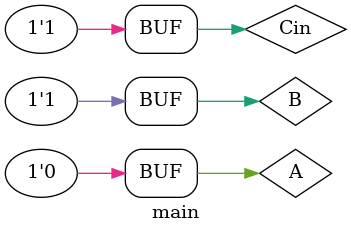
<source format=v>
/* 
 * Now going to chnage the OR gate with XOR and see if any changes we get or not
*/

module halfadd(S,C,A,B);
       input A,B;
       output S,C;
       
       xor xor1(S,A,B);
       and and1(C,A,B);
endmodule

module fulladd(S,Cout,Cin,A,B);
       input Cin,A,B;
       output S,Cout;
       wire w1,w2,w3;
       
       halfadd half1(w1,w2,A,B);
       halfadd half2(S,w3,Cin,w1);
       xor xor1(Cout,w3,w2);
       
endmodule


module main;
      reg Cin,A,B;
      wire S,Cout;

      fulladd full1(S,Cout,Cin,A,B);

  initial 
    begin
        Cin = 1;
        A = 0;
        B = 1;
        #5 ;
        $display("Sum = ",S);
        $display("Carry = ",Cout);
    end
endmodule

</source>
